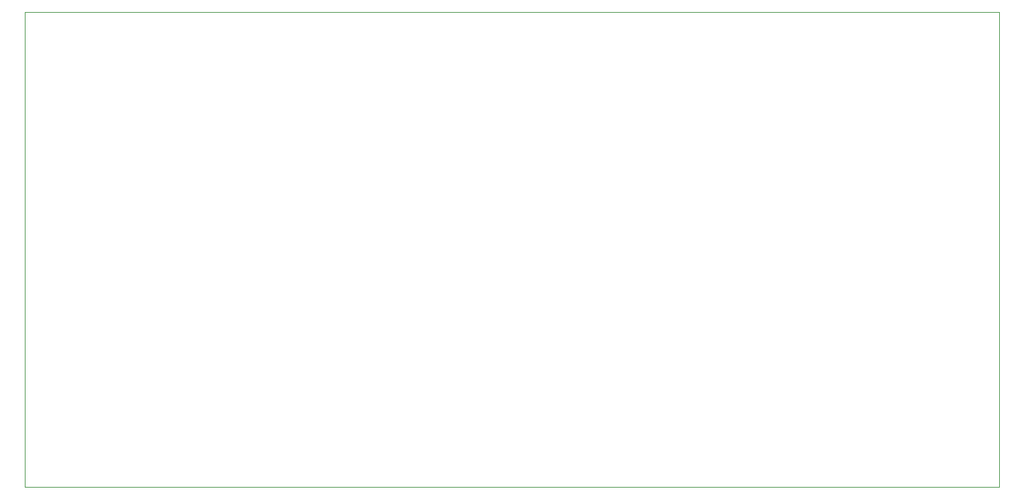
<source format=gbr>
%TF.GenerationSoftware,KiCad,Pcbnew,9.0.1*%
%TF.CreationDate,2025-05-12T13:55:05+02:00*%
%TF.ProjectId,CC1312R,43433133-3132-4522-9e6b-696361645f70,rev?*%
%TF.SameCoordinates,Original*%
%TF.FileFunction,Profile,NP*%
%FSLAX46Y46*%
G04 Gerber Fmt 4.6, Leading zero omitted, Abs format (unit mm)*
G04 Created by KiCad (PCBNEW 9.0.1) date 2025-05-12 13:55:05*
%MOMM*%
%LPD*%
G01*
G04 APERTURE LIST*
%TA.AperFunction,Profile*%
%ADD10C,0.050000*%
%TD*%
G04 APERTURE END LIST*
D10*
X176875000Y-131000000D02*
X299875000Y-131000000D01*
X299875000Y-191000000D01*
X176875000Y-191000000D01*
X176875000Y-131000000D01*
M02*

</source>
